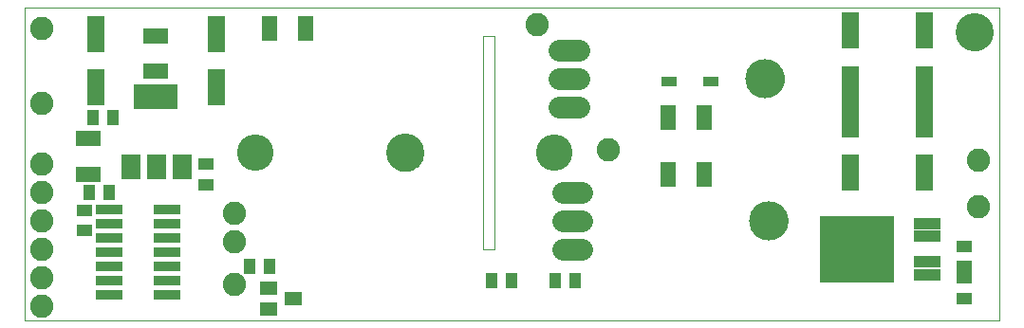
<source format=gts>
G75*
G70*
%OFA0B0*%
%FSLAX24Y24*%
%IPPOS*%
%LPD*%
%AMOC8*
5,1,8,0,0,1.08239X$1,22.5*
%
%ADD10C,0.0000*%
%ADD11C,0.1340*%
%ADD12C,0.0820*%
%ADD13R,0.2600X0.2363*%
%ADD14R,0.0946X0.0395*%
%ADD15R,0.0552X0.0395*%
%ADD16R,0.0395X0.0552*%
%ADD17C,0.1280*%
%ADD18R,0.0631X0.1261*%
%ADD19C,0.0760*%
%ADD20C,0.1380*%
%ADD21R,0.0670X0.0870*%
%ADD22R,0.1580X0.0870*%
%ADD23R,0.0950X0.0320*%
%ADD24R,0.0867X0.0552*%
%ADD25R,0.0552X0.0356*%
%ADD26R,0.0552X0.0867*%
%ADD27R,0.0631X0.0474*%
D10*
X000175Y005250D02*
X000175Y016246D01*
X034420Y016246D01*
X034420Y005250D01*
X000175Y005250D01*
X012920Y011125D02*
X012922Y011175D01*
X012928Y011225D01*
X012938Y011274D01*
X012952Y011322D01*
X012969Y011369D01*
X012990Y011414D01*
X013015Y011458D01*
X013043Y011499D01*
X013075Y011538D01*
X013109Y011575D01*
X013146Y011609D01*
X013186Y011639D01*
X013228Y011666D01*
X013272Y011690D01*
X013318Y011711D01*
X013365Y011727D01*
X013413Y011740D01*
X013463Y011749D01*
X013512Y011754D01*
X013563Y011755D01*
X013613Y011752D01*
X013662Y011745D01*
X013711Y011734D01*
X013759Y011719D01*
X013805Y011701D01*
X013850Y011679D01*
X013893Y011653D01*
X013934Y011624D01*
X013973Y011592D01*
X014009Y011557D01*
X014041Y011519D01*
X014071Y011479D01*
X014098Y011436D01*
X014121Y011392D01*
X014140Y011346D01*
X014156Y011298D01*
X014168Y011249D01*
X014176Y011200D01*
X014180Y011150D01*
X014180Y011100D01*
X014176Y011050D01*
X014168Y011001D01*
X014156Y010952D01*
X014140Y010904D01*
X014121Y010858D01*
X014098Y010814D01*
X014071Y010771D01*
X014041Y010731D01*
X014009Y010693D01*
X013973Y010658D01*
X013934Y010626D01*
X013893Y010597D01*
X013850Y010571D01*
X013805Y010549D01*
X013759Y010531D01*
X013711Y010516D01*
X013662Y010505D01*
X013613Y010498D01*
X013563Y010495D01*
X013512Y010496D01*
X013463Y010501D01*
X013413Y010510D01*
X013365Y010523D01*
X013318Y010539D01*
X013272Y010560D01*
X013228Y010584D01*
X013186Y010611D01*
X013146Y010641D01*
X013109Y010675D01*
X013075Y010712D01*
X013043Y010751D01*
X013015Y010792D01*
X012990Y010836D01*
X012969Y010881D01*
X012952Y010928D01*
X012938Y010976D01*
X012928Y011025D01*
X012922Y011075D01*
X012920Y011125D01*
X016300Y007750D02*
X016675Y007750D01*
X016675Y015250D01*
X016300Y015250D01*
X016300Y007750D01*
X025675Y008750D02*
X025677Y008800D01*
X025683Y008850D01*
X025693Y008900D01*
X025706Y008948D01*
X025723Y008996D01*
X025744Y009042D01*
X025768Y009086D01*
X025796Y009128D01*
X025827Y009168D01*
X025861Y009205D01*
X025898Y009240D01*
X025937Y009271D01*
X025978Y009300D01*
X026022Y009325D01*
X026068Y009347D01*
X026115Y009365D01*
X026163Y009379D01*
X026212Y009390D01*
X026262Y009397D01*
X026312Y009400D01*
X026363Y009399D01*
X026413Y009394D01*
X026463Y009385D01*
X026511Y009373D01*
X026559Y009356D01*
X026605Y009336D01*
X026650Y009313D01*
X026693Y009286D01*
X026733Y009256D01*
X026771Y009223D01*
X026806Y009187D01*
X026839Y009148D01*
X026868Y009107D01*
X026894Y009064D01*
X026917Y009019D01*
X026936Y008972D01*
X026951Y008924D01*
X026963Y008875D01*
X026971Y008825D01*
X026975Y008775D01*
X026975Y008725D01*
X026971Y008675D01*
X026963Y008625D01*
X026951Y008576D01*
X026936Y008528D01*
X026917Y008481D01*
X026894Y008436D01*
X026868Y008393D01*
X026839Y008352D01*
X026806Y008313D01*
X026771Y008277D01*
X026733Y008244D01*
X026693Y008214D01*
X026650Y008187D01*
X026605Y008164D01*
X026559Y008144D01*
X026511Y008127D01*
X026463Y008115D01*
X026413Y008106D01*
X026363Y008101D01*
X026312Y008100D01*
X026262Y008103D01*
X026212Y008110D01*
X026163Y008121D01*
X026115Y008135D01*
X026068Y008153D01*
X026022Y008175D01*
X025978Y008200D01*
X025937Y008229D01*
X025898Y008260D01*
X025861Y008295D01*
X025827Y008332D01*
X025796Y008372D01*
X025768Y008414D01*
X025744Y008458D01*
X025723Y008504D01*
X025706Y008552D01*
X025693Y008600D01*
X025683Y008650D01*
X025677Y008700D01*
X025675Y008750D01*
X025550Y013750D02*
X025552Y013800D01*
X025558Y013850D01*
X025568Y013900D01*
X025581Y013948D01*
X025598Y013996D01*
X025619Y014042D01*
X025643Y014086D01*
X025671Y014128D01*
X025702Y014168D01*
X025736Y014205D01*
X025773Y014240D01*
X025812Y014271D01*
X025853Y014300D01*
X025897Y014325D01*
X025943Y014347D01*
X025990Y014365D01*
X026038Y014379D01*
X026087Y014390D01*
X026137Y014397D01*
X026187Y014400D01*
X026238Y014399D01*
X026288Y014394D01*
X026338Y014385D01*
X026386Y014373D01*
X026434Y014356D01*
X026480Y014336D01*
X026525Y014313D01*
X026568Y014286D01*
X026608Y014256D01*
X026646Y014223D01*
X026681Y014187D01*
X026714Y014148D01*
X026743Y014107D01*
X026769Y014064D01*
X026792Y014019D01*
X026811Y013972D01*
X026826Y013924D01*
X026838Y013875D01*
X026846Y013825D01*
X026850Y013775D01*
X026850Y013725D01*
X026846Y013675D01*
X026838Y013625D01*
X026826Y013576D01*
X026811Y013528D01*
X026792Y013481D01*
X026769Y013436D01*
X026743Y013393D01*
X026714Y013352D01*
X026681Y013313D01*
X026646Y013277D01*
X026608Y013244D01*
X026568Y013214D01*
X026525Y013187D01*
X026480Y013164D01*
X026434Y013144D01*
X026386Y013127D01*
X026338Y013115D01*
X026288Y013106D01*
X026238Y013101D01*
X026187Y013100D01*
X026137Y013103D01*
X026087Y013110D01*
X026038Y013121D01*
X025990Y013135D01*
X025943Y013153D01*
X025897Y013175D01*
X025853Y013200D01*
X025812Y013229D01*
X025773Y013260D01*
X025736Y013295D01*
X025702Y013332D01*
X025671Y013372D01*
X025643Y013414D01*
X025619Y013458D01*
X025598Y013504D01*
X025581Y013552D01*
X025568Y013600D01*
X025558Y013650D01*
X025552Y013700D01*
X025550Y013750D01*
X032920Y015375D02*
X032922Y015425D01*
X032928Y015475D01*
X032938Y015524D01*
X032952Y015572D01*
X032969Y015619D01*
X032990Y015664D01*
X033015Y015708D01*
X033043Y015749D01*
X033075Y015788D01*
X033109Y015825D01*
X033146Y015859D01*
X033186Y015889D01*
X033228Y015916D01*
X033272Y015940D01*
X033318Y015961D01*
X033365Y015977D01*
X033413Y015990D01*
X033463Y015999D01*
X033512Y016004D01*
X033563Y016005D01*
X033613Y016002D01*
X033662Y015995D01*
X033711Y015984D01*
X033759Y015969D01*
X033805Y015951D01*
X033850Y015929D01*
X033893Y015903D01*
X033934Y015874D01*
X033973Y015842D01*
X034009Y015807D01*
X034041Y015769D01*
X034071Y015729D01*
X034098Y015686D01*
X034121Y015642D01*
X034140Y015596D01*
X034156Y015548D01*
X034168Y015499D01*
X034176Y015450D01*
X034180Y015400D01*
X034180Y015350D01*
X034176Y015300D01*
X034168Y015251D01*
X034156Y015202D01*
X034140Y015154D01*
X034121Y015108D01*
X034098Y015064D01*
X034071Y015021D01*
X034041Y014981D01*
X034009Y014943D01*
X033973Y014908D01*
X033934Y014876D01*
X033893Y014847D01*
X033850Y014821D01*
X033805Y014799D01*
X033759Y014781D01*
X033711Y014766D01*
X033662Y014755D01*
X033613Y014748D01*
X033563Y014745D01*
X033512Y014746D01*
X033463Y014751D01*
X033413Y014760D01*
X033365Y014773D01*
X033318Y014789D01*
X033272Y014810D01*
X033228Y014834D01*
X033186Y014861D01*
X033146Y014891D01*
X033109Y014925D01*
X033075Y014962D01*
X033043Y015001D01*
X033015Y015042D01*
X032990Y015086D01*
X032969Y015131D01*
X032952Y015178D01*
X032938Y015226D01*
X032928Y015275D01*
X032922Y015325D01*
X032920Y015375D01*
D11*
X033550Y015375D03*
X013550Y011125D03*
D12*
X007550Y009000D03*
X007550Y008000D03*
X007550Y006500D03*
X000800Y006750D03*
X000800Y007750D03*
X000800Y008750D03*
X000800Y009750D03*
X000800Y010750D03*
X000800Y012875D03*
X000800Y015500D03*
X018175Y015625D03*
X020675Y011250D03*
X033675Y010875D03*
X033675Y009250D03*
X000800Y005750D03*
D13*
X029406Y007750D03*
D14*
X031887Y007301D03*
X031887Y006852D03*
X031887Y008199D03*
X031887Y008648D03*
D15*
X033175Y007854D03*
X033175Y007146D03*
X033175Y006729D03*
X033175Y006021D03*
X006550Y010021D03*
X006550Y010729D03*
X002300Y009104D03*
X002300Y008396D03*
D16*
X002446Y009750D03*
X003154Y009750D03*
X008071Y007125D03*
X008779Y007125D03*
X016571Y006625D03*
X017279Y006625D03*
X018821Y006625D03*
X019529Y006625D03*
X003279Y012375D03*
X002571Y012375D03*
D17*
X008300Y011125D03*
X018800Y011125D03*
D18*
X029175Y010430D03*
X031800Y010430D03*
X031800Y012320D03*
X031800Y013555D03*
X029175Y013555D03*
X029175Y012320D03*
X029175Y015445D03*
X031800Y015445D03*
X006925Y015320D03*
X006925Y013430D03*
X002675Y013430D03*
X002675Y015320D03*
D19*
X018960Y014750D02*
X019640Y014750D01*
X019640Y013750D02*
X018960Y013750D01*
X018960Y012750D02*
X019640Y012750D01*
X019765Y009750D02*
X019085Y009750D01*
X019085Y008750D02*
X019765Y008750D01*
X019765Y007750D02*
X019085Y007750D01*
D20*
X026325Y008750D03*
X026200Y013750D03*
D21*
X005710Y010635D03*
X004810Y010635D03*
X003910Y010635D03*
D22*
X004800Y013115D03*
D23*
X005200Y009125D03*
X005200Y008625D03*
X005200Y008125D03*
X005200Y007625D03*
X005200Y007125D03*
X005200Y006625D03*
X005200Y006125D03*
X003150Y006125D03*
X003150Y006625D03*
X003150Y007125D03*
X003150Y007625D03*
X003150Y008125D03*
X003150Y008625D03*
X003150Y009125D03*
D24*
X002425Y010370D03*
X002425Y011630D03*
X004800Y013995D03*
X004800Y015255D03*
D25*
X022822Y013625D03*
X024278Y013625D03*
D26*
X024055Y012375D03*
X022795Y012375D03*
X022795Y010375D03*
X024055Y010375D03*
X010055Y015500D03*
X008795Y015500D03*
D27*
X008742Y006374D03*
X009608Y006000D03*
X008742Y005626D03*
M02*

</source>
